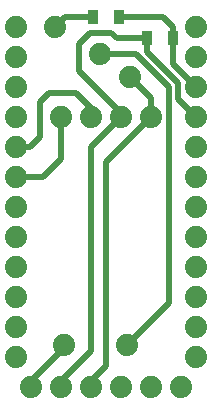
<source format=gtl>
G04 Layer_Physical_Order=1*
G04 Layer_Color=255*
%FSLAX25Y25*%
%MOIN*%
G70*
G01*
G75*
%ADD10R,0.03543X0.05118*%
%ADD11C,0.02000*%
%ADD12C,0.07400*%
D10*
X57331Y123000D02*
D03*
X48669D02*
D03*
X30669Y130000D02*
D03*
X39331D02*
D03*
D11*
X57331Y123000D02*
Y126669D01*
X54000Y130000D02*
X57331Y126669D01*
X39331Y130000D02*
X54000D01*
X29500Y124732D02*
X36768D01*
X38500Y123000D01*
X48669D01*
Y118563D02*
Y123000D01*
X57331Y114402D02*
Y123000D01*
Y114402D02*
X65000Y106732D01*
X48669Y118563D02*
X59000Y108232D01*
Y102732D02*
Y108232D01*
X26000Y121232D02*
X29500Y124732D01*
X59000Y102732D02*
X65000Y96732D01*
X45000Y117732D02*
X56000Y106732D01*
Y34732D02*
Y106732D01*
X42000Y20732D02*
X56000Y34732D01*
X30000Y18732D02*
Y86732D01*
X20000Y8732D02*
X30000Y18732D01*
X35000Y13732D02*
Y81732D01*
X30000Y8732D02*
X35000Y13732D01*
X30000Y6732D02*
Y8732D01*
X35000Y81732D02*
X50000Y96732D01*
X30000Y86732D02*
X40000Y96732D01*
X21000Y19732D02*
Y20732D01*
X10000Y8732D02*
X21000Y19732D01*
X20000Y6732D02*
Y8732D01*
X40000Y96732D02*
Y98232D01*
X43000Y110232D02*
X50000Y103232D01*
Y96732D02*
Y103232D01*
X21331Y130063D02*
X31000D01*
X18000Y126732D02*
X21331Y130063D01*
X33000Y117732D02*
X45000D01*
X26000Y112232D02*
Y121232D01*
Y112232D02*
X40000Y98232D01*
X5000Y86732D02*
X9700D01*
X13000Y90032D02*
Y101732D01*
X9700Y86732D02*
X13000Y90032D01*
X10000Y6732D02*
Y8732D01*
X5000Y76732D02*
X14000D01*
X20000Y82732D01*
Y96732D01*
X13000Y101732D02*
X16000Y104732D01*
X25000D01*
X30000Y99732D01*
Y96732D02*
Y99732D01*
D12*
X42000Y20732D02*
D03*
X21000D02*
D03*
X40000Y96732D02*
D03*
X50000D02*
D03*
X65000Y106732D02*
D03*
X18000Y126732D02*
D03*
X33000Y117732D02*
D03*
X43000Y110232D02*
D03*
X30000Y96732D02*
D03*
X20000D02*
D03*
X60000Y6732D02*
D03*
X50000D02*
D03*
X40000D02*
D03*
X30000D02*
D03*
X20000D02*
D03*
X10000D02*
D03*
X65000Y26732D02*
D03*
Y36732D02*
D03*
Y46732D02*
D03*
Y56732D02*
D03*
Y66732D02*
D03*
Y76732D02*
D03*
Y86732D02*
D03*
Y96732D02*
D03*
Y116732D02*
D03*
Y126732D02*
D03*
X5000D02*
D03*
Y116732D02*
D03*
Y106732D02*
D03*
Y96732D02*
D03*
Y86732D02*
D03*
Y76732D02*
D03*
Y66732D02*
D03*
Y56732D02*
D03*
Y46732D02*
D03*
Y36732D02*
D03*
Y26732D02*
D03*
X65000Y16732D02*
D03*
X5000D02*
D03*
M02*

</source>
